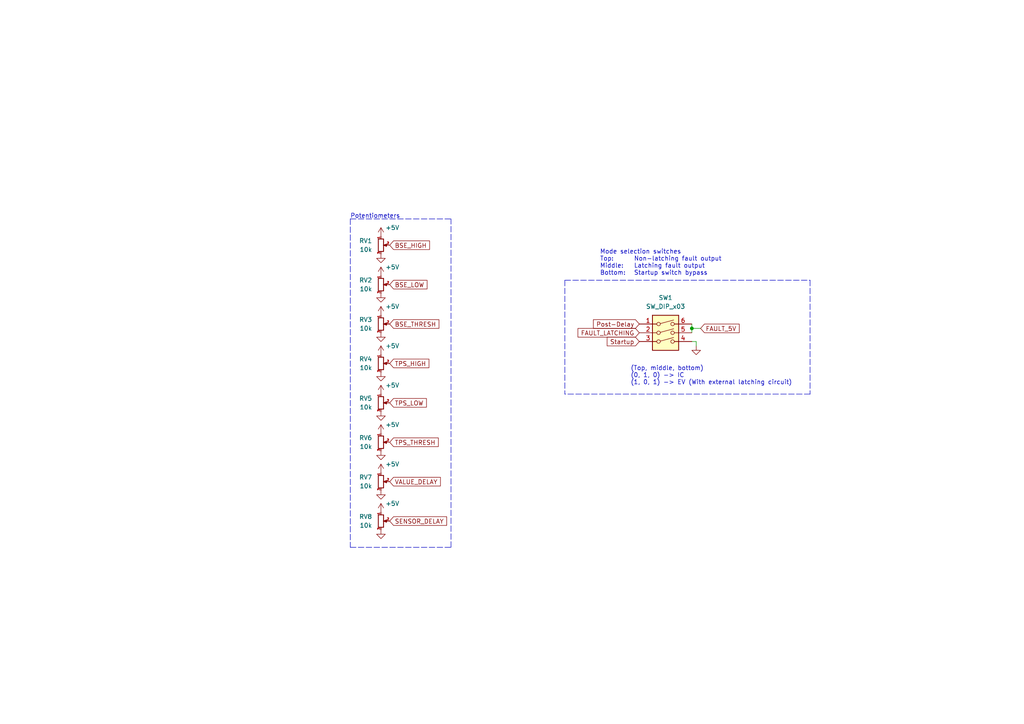
<source format=kicad_sch>
(kicad_sch (version 20211123) (generator eeschema)
  (paper "A4")
  (lib_symbols
    (symbol "Device:R_Potentiometer_Small" (pin_names (offset 1.016) hide)
      (property "Reference" "RV" (at -4.445 0 90))
      (property "Value" "R_Potentiometer_Small" (at -2.54 0 90))
      (symbol "R_Potentiometer_Small_0_1"
        (polyline (pts (xy 0.889 0) (xy 0.635 0) (xy 1.651 0.381) (xy 1.651 -0.381) (xy 0.635 0) (xy 0.889 0)) (fill (type outline)))
        (rectangle (start 0.762 1.8034) (end -0.762 -1.8034) (stroke (width 0.254)))
      )
      (symbol "R_Potentiometer_Small_1_1"
        (pin passive line (at 0 2.54 270) (length 0.635) (name "1") (number "1"))
        (pin passive line (at 2.54 0 180) (length 0.9906) (name "2") (number "2"))
        (pin passive line (at 0 -2.54 90) (length 0.635) (name "3") (number "3"))
      )
    )
    (symbol "Switch:SW_DIP_x03" (pin_names (offset 0) hide)
      (property "Reference" "SW" (at 0 8.89 0))
      (property "Value" "SW_DIP_x03" (at 0 -3.81 0))
      (symbol "SW_DIP_x03_0_0"
        (circle (center -2.032 0) (radius 0.508))
        (circle (center -2.032 2.54) (radius 0.508))
        (circle (center -2.032 5.08) (radius 0.508))
        (polyline (pts (xy -1.524 0.127) (xy 2.3622 1.1684)))
        (polyline (pts (xy -1.524 2.667) (xy 2.3622 3.7084)))
        (polyline (pts (xy -1.524 5.207) (xy 2.3622 6.2484)))
        (circle (center 2.032 0) (radius 0.508))
        (circle (center 2.032 2.54) (radius 0.508))
        (circle (center 2.032 5.08) (radius 0.508))
      )
      (symbol "SW_DIP_x03_0_1"
        (rectangle (start -3.81 7.62) (end 3.81 -2.54) (stroke (width 0.254)) (fill (type background)))
      )
      (symbol "SW_DIP_x03_1_1"
        (pin passive line (at -7.62 5.08 0) (length 5.08) (name "~") (number "1"))
        (pin passive line (at -7.62 2.54 0) (length 5.08) (name "~") (number "2"))
        (pin passive line (at -7.62 0 0) (length 5.08) (name "~") (number "3"))
        (pin passive line (at 7.62 0 180) (length 5.08) (name "~") (number "4"))
        (pin passive line (at 7.62 2.54 180) (length 5.08) (name "~") (number "5"))
        (pin passive line (at 7.62 5.08 180) (length 5.08) (name "~") (number "6"))
      )
    )
    (symbol "power:+5V" (power) (pin_names (offset 0))
      (property "Value" "+5V" (at 0 3.556 0))
      (symbol "+5V_0_1"
        (polyline (pts (xy -0.762 1.27) (xy 0 2.54)))
        (polyline (pts (xy 0 0) (xy 0 2.54)))
        (polyline (pts (xy 0 2.54) (xy 0.762 1.27)))
      )
      (symbol "+5V_1_1"
        (pin power_in line (at 0 0 90) (length 0) hide (name "+5V") (number "1"))
      )
    )
    (symbol "power:GND" (power) (pin_names (offset 0))
      (property "Value" "GND" (at 0 -3.81 0))
      (symbol "GND_0_1"
        (polyline (pts (xy 0 0) (xy 0 -1.27) (xy 1.27 -1.27) (xy 0 -2.54) (xy -1.27 -1.27) (xy 0 -1.27)))
      )
      (symbol "GND_1_1"
        (pin power_in line (at 0 0 270) (length 0) hide (name "GND") (number "1"))
      )
    )
  )
  (junction (at 200.66 95.25))
  (wire (pts (xy 200.66 95.25) (xy 200.66 96.52)))
  (polyline (pts (xy 130.81 158.75) (xy 130.81 63.5)))
  (polyline (pts (xy 163.83 81.28) (xy 163.83 114.3)))
  (polyline (pts (xy 101.6 63.5) (xy 101.6 158.75)))
  (polyline (pts (xy 234.95 114.3) (xy 163.83 114.3)))
  (wire (pts (xy 201.93 99.06) (xy 201.93 100.33)))
  (wire (pts (xy 200.66 95.25) (xy 203.2 95.25)))
  (polyline (pts (xy 163.83 81.28) (xy 234.95 81.28)))
  (wire (pts (xy 200.66 99.06) (xy 201.93 99.06)))
  (polyline (pts (xy 101.6 158.75) (xy 130.81 158.75)))
  (polyline (pts (xy 234.95 81.28) (xy 234.95 114.3)))
  (wire (pts (xy 200.66 93.98) (xy 200.66 95.25)))
  (polyline (pts (xy 101.6 63.5) (xy 130.81 63.5)))
  (text "Mode selection switches\nTop:	Non-latching fault output\nMiddle:	Latching fault output\nBottom:	Startup switch bypass" (at 173.99 80.01 0) (effects (font (size 1.27 1.27)) (justify left bottom)))
  (text "Potentiometers" (at 101.6 63.5 0) (effects (font (size 1.27 1.27)) (justify left bottom)))
  (text "(Top, middle, bottom)\n(0, 1, 0) -> IC\n(1, 0, 1) -> EV (With external latching circuit)" (at 182.88 111.76 0) (effects (font (size 1.27 1.27)) (justify left bottom)))
  (global_label "BSE_THRESH" (shape input) (at 113.03 93.98 0) (property "Intersheet References" "${INTERSHEET_REFS}" (effects hide)))
  (global_label "SENSOR_DELAY" (shape input) (at 113.03 151.13 0) (property "Intersheet References" "${INTERSHEET_REFS}" (effects hide)))
  (global_label "Post-Delay" (shape input) (at 185.42 93.98 180) (property "Intersheet References" "${INTERSHEET_REFS}" (effects hide)))
  (global_label "TPS_THRESH" (shape input) (at 113.03 128.27 0) (property "Intersheet References" "${INTERSHEET_REFS}" (effects hide)))
  (global_label "BSE_HIGH" (shape input) (at 113.03 71.12 0) (property "Intersheet References" "${INTERSHEET_REFS}" (effects hide)))
  (global_label "TPS_LOW" (shape input) (at 113.03 116.84 0) (property "Intersheet References" "${INTERSHEET_REFS}" (effects hide)))
  (global_label "Startup" (shape input) (at 185.42 99.06 180) (property "Intersheet References" "${INTERSHEET_REFS}" (effects hide)))
  (global_label "FAULT_LATCHING" (shape input) (at 185.42 96.52 180) (property "Intersheet References" "${INTERSHEET_REFS}" (effects hide)))
  (global_label "VALUE_DELAY" (shape input) (at 113.03 139.7 0) (property "Intersheet References" "${INTERSHEET_REFS}" (effects hide)))
  (global_label "FAULT_5V" (shape input) (at 203.2 95.25 0) (property "Intersheet References" "${INTERSHEET_REFS}" (effects hide)))
  (global_label "BSE_LOW" (shape input) (at 113.03 82.55 0) (property "Intersheet References" "${INTERSHEET_REFS}" (effects hide)))
  (global_label "TPS_HIGH" (shape input) (at 113.03 105.41 0) (property "Intersheet References" "${INTERSHEET_REFS}" (effects hide)))
  (symbol (lib_id "power:GND") (at 110.49 96.52 0) (unit 1)
    (property "Reference" "#PWR048" (effects hide))
    (property "Value" "GND" (effects hide))
  )
  (symbol (lib_id "power:GND") (at 110.49 85.09 0) (unit 1)
    (property "Reference" "#PWR046" (effects hide))
    (property "Value" "GND" (effects hide))
  )
  (symbol (lib_id "power:GND") (at 110.49 73.66 0) (unit 1)
    (property "Reference" "#PWR044" (effects hide))
    (property "Value" "GND" (effects hide))
  )
  (symbol (lib_id "power:+5V") (at 110.49 137.16 0) (unit 1)
    (property "Reference" "#PWR055" (effects hide))
    (property "Value" "+5V" (at 111.76 134.62 0) (effects (justify left)))
  )
  (symbol (lib_id "power:+5V") (at 110.49 68.58 0) (unit 1)
    (property "Reference" "#PWR043" (effects hide))
    (property "Value" "+5V" (at 111.76 66.04 0) (effects (justify left)))
  )
  (symbol (lib_id "power:GND") (at 110.49 142.24 0) (unit 1)
    (property "Reference" "#PWR056" (effects hide))
    (property "Value" "GND" (effects hide))
  )
  (symbol (lib_id "power:GND") (at 110.49 153.67 0) (unit 1)
    (property "Reference" "#PWR058" (effects hide))
    (property "Value" "GND" (effects hide))
  )
  (symbol (lib_id "power:GND") (at 201.93 100.33 0) (unit 1)
    (property "Reference" "#PWR059" (effects hide))
    (property "Value" "GND" (effects hide))
  )
  (symbol (lib_id "Device:R_Potentiometer_Small") (at 110.49 139.7 0) (unit 1)
    (property "Reference" "RV7" (at 107.95 138.4299 0) (effects (justify right)))
    (property "Value" "10k" (at 107.95 140.9699 0) (effects (justify right)))
    (property "Footprint" "Potentiometer_SMD:Potentiometer_Bourns_TC33X_Vertical" (effects hide))
    (property "Spice_Primitive" "X" (effects hide))
    (property "Spice_Model" "Potentiometer" (effects hide))
    (property "Spice_Netlist_Enabled" "Y" (effects hide))
    (property "Spice_Lib_File" "SPICE models/pot.lib" (effects hide))
    (property "LCSC" "C719176" (effects hide))
  )
  (symbol (lib_id "power:+5V") (at 110.49 114.3 0) (unit 1)
    (property "Reference" "#PWR051" (effects hide))
    (property "Value" "+5V" (at 111.76 111.76 0) (effects (justify left)))
  )
  (symbol (lib_id "Device:R_Potentiometer_Small") (at 110.49 151.13 0) (unit 1)
    (property "Reference" "RV8" (at 107.95 149.8599 0) (effects (justify right)))
    (property "Value" "10k" (at 107.95 152.3999 0) (effects (justify right)))
    (property "Footprint" "Potentiometer_SMD:Potentiometer_Bourns_TC33X_Vertical" (effects hide))
    (property "Spice_Primitive" "X" (effects hide))
    (property "Spice_Model" "Potentiometer" (effects hide))
    (property "Spice_Netlist_Enabled" "Y" (effects hide))
    (property "Spice_Lib_File" "SPICE models/pot.lib" (effects hide))
    (property "LCSC" "C719176" (effects hide))
  )
  (symbol (lib_id "Device:R_Potentiometer_Small") (at 110.49 82.55 0) (unit 1)
    (property "Reference" "RV2" (at 107.95 81.2799 0) (effects (justify right)))
    (property "Value" "10k" (at 107.95 83.8199 0) (effects (justify right)))
    (property "Footprint" "Potentiometer_SMD:Potentiometer_Bourns_TC33X_Vertical" (effects hide))
    (property "Spice_Primitive" "X" (effects hide))
    (property "Spice_Model" "Potentiometer" (effects hide))
    (property "Spice_Netlist_Enabled" "Y" (effects hide))
    (property "Spice_Lib_File" "SPICE models/pot.lib" (effects hide))
    (property "LCSC" "C719176" (effects hide))
  )
  (symbol (lib_id "power:GND") (at 110.49 119.38 0) (unit 1)
    (property "Reference" "#PWR052" (effects hide))
    (property "Value" "GND" (effects hide))
  )
  (symbol (lib_id "power:+5V") (at 110.49 148.59 0) (unit 1)
    (property "Reference" "#PWR057" (effects hide))
    (property "Value" "+5V" (at 111.76 146.05 0) (effects (justify left)))
  )
  (symbol (lib_id "Device:R_Potentiometer_Small") (at 110.49 71.12 0) (unit 1)
    (property "Reference" "RV1" (at 107.95 69.8499 0) (effects (justify right)))
    (property "Value" "10k" (at 107.95 72.3899 0) (effects (justify right)))
    (property "Footprint" "Potentiometer_SMD:Potentiometer_Bourns_TC33X_Vertical" (effects hide))
    (property "Spice_Primitive" "X" (effects hide))
    (property "Spice_Model" "Potentiometer" (effects hide))
    (property "Spice_Netlist_Enabled" "Y" (effects hide))
    (property "Spice_Lib_File" "SPICE models/pot.lib" (effects hide))
    (property "LCSC" "C719176" (effects hide))
  )
  (symbol (lib_id "Switch:SW_DIP_x03") (at 193.04 99.06 0) (unit 1)
    (property "Reference" "SW1" (at 193.04 86.36 0))
    (property "Value" "SW_DIP_x03" (at 193.04 88.9 0))
    (property "Footprint" "Button_Switch_SMD:SW_DIP_SPSTx03_Slide_KingTek_DSHP03TS_W7.62mm_P1.27mm" (effects hide))
    (property "LCSC" "DSHP03TSGET" (effects hide))
  )
  (symbol (lib_id "power:+5V") (at 110.49 125.73 0) (unit 1)
    (property "Reference" "#PWR053" (effects hide))
    (property "Value" "+5V" (at 111.76 123.19 0) (effects (justify left)))
  )
  (symbol (lib_id "power:+5V") (at 110.49 102.87 0) (unit 1)
    (property "Reference" "#PWR049" (effects hide))
    (property "Value" "+5V" (at 111.76 100.33 0) (effects (justify left)))
  )
  (symbol (lib_id "power:+5V") (at 110.49 91.44 0) (unit 1)
    (property "Reference" "#PWR047" (effects hide))
    (property "Value" "+5V" (at 111.76 88.9 0) (effects (justify left)))
  )
  (symbol (lib_id "power:GND") (at 110.49 130.81 0) (unit 1)
    (property "Reference" "#PWR054" (effects hide))
    (property "Value" "GND" (effects hide))
  )
  (symbol (lib_id "Device:R_Potentiometer_Small") (at 110.49 93.98 0) (unit 1)
    (property "Reference" "RV3" (at 107.95 92.7099 0) (effects (justify right)))
    (property "Value" "10k" (at 107.95 95.2499 0) (effects (justify right)))
    (property "Footprint" "Potentiometer_SMD:Potentiometer_Bourns_TC33X_Vertical" (effects hide))
    (property "Spice_Primitive" "X" (effects hide))
    (property "Spice_Model" "Potentiometer" (effects hide))
    (property "Spice_Netlist_Enabled" "Y" (effects hide))
    (property "Spice_Lib_File" "SPICE models/pot.lib" (effects hide))
    (property "LCSC" "C719176" (effects hide))
  )
  (symbol (lib_id "power:+5V") (at 110.49 80.01 0) (unit 1)
    (property "Reference" "#PWR045" (effects hide))
    (property "Value" "+5V" (at 111.76 77.47 0) (effects (justify left)))
  )
  (symbol (lib_id "Device:R_Potentiometer_Small") (at 110.49 116.84 0) (unit 1)
    (property "Reference" "RV5" (at 107.95 115.5699 0) (effects (justify right)))
    (property "Value" "10k" (at 107.95 118.1099 0) (effects (justify right)))
    (property "Footprint" "Potentiometer_SMD:Potentiometer_Bourns_TC33X_Vertical" (effects hide))
    (property "Spice_Primitive" "X" (effects hide))
    (property "Spice_Model" "Potentiometer" (effects hide))
    (property "Spice_Netlist_Enabled" "Y" (effects hide))
    (property "Spice_Lib_File" "SPICE models/pot.lib" (effects hide))
    (property "LCSC" "C719176" (effects hide))
  )
  (symbol (lib_id "Device:R_Potentiometer_Small") (at 110.49 105.41 0) (unit 1)
    (property "Reference" "RV4" (at 107.95 104.1399 0) (effects (justify right)))
    (property "Value" "10k" (at 107.95 106.6799 0) (effects (justify right)))
    (property "Footprint" "Potentiometer_SMD:Potentiometer_Bourns_TC33X_Vertical" (effects hide))
    (property "Spice_Primitive" "X" (effects hide))
    (property "Spice_Model" "Potentiometer" (effects hide))
    (property "Spice_Netlist_Enabled" "Y" (effects hide))
    (property "Spice_Lib_File" "SPICE models/pot.lib" (effects hide))
    (property "LCSC" "C719176" (effects hide))
  )
  (symbol (lib_id "Device:R_Potentiometer_Small") (at 110.49 128.27 0) (unit 1)
    (property "Reference" "RV6" (at 107.95 126.9999 0) (effects (justify right)))
    (property "Value" "10k" (at 107.95 129.5399 0) (effects (justify right)))
    (property "Footprint" "Potentiometer_SMD:Potentiometer_Bourns_TC33X_Vertical" (effects hide))
    (property "Spice_Primitive" "X" (effects hide))
    (property "Spice_Model" "Potentiometer" (effects hide))
    (property "Spice_Netlist_Enabled" "Y" (effects hide))
    (property "Spice_Lib_File" "SPICE models/pot.lib" (effects hide))
    (property "LCSC" "C719176" (effects hide))
  )
  (symbol (lib_id "power:GND") (at 110.49 107.95 0) (unit 1)
    (property "Reference" "#PWR050" (effects hide))
    (property "Value" "GND" (effects hide))
  )
)
</source>
